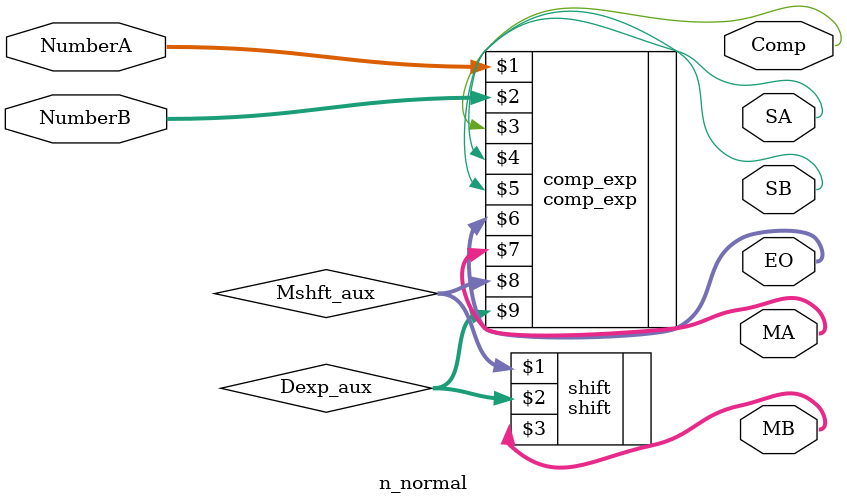
<source format=v>
module n_normal (
	input [36:0] NumberA,
    input [36:0] NumberB,
    output SA,
    output SB,
    output Comp,
    output [7:0] EO,
    output [27:0] MA,
    output [27:0] MB
    );

       wire [27:0] Mshft_aux;
       wire [4:0] Dexp_aux;
       comp_exp comp_exp(NumberA,NumberB,Comp,SA,SB,EO,MA,Mshft_aux,Dexp_aux);
       shift    shift (Mshft_aux,Dexp_aux, MB);
       endmodule
</source>
